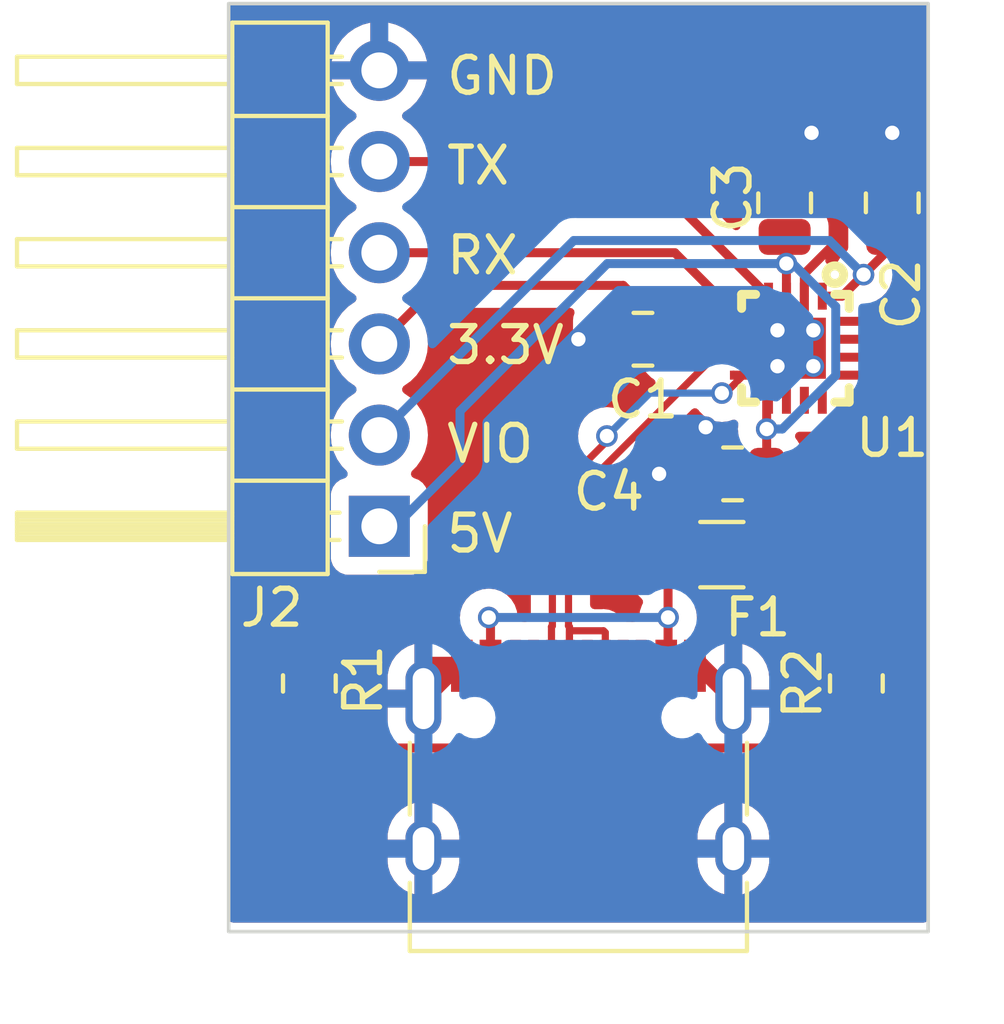
<source format=kicad_pcb>
(kicad_pcb (version 20221018) (generator pcbnew)
  (layers (0 "F.Cu" signal) (31 "B.Cu" signal) (34 "B.Paste" user) (35 "F.Paste" user) (36 "B.SilkS" user "B.Silkscreen") (37 "F.SilkS" user "F.Silkscreen") (38 "B.Mask" user) (39 "F.Mask" user) (44 "Edge.Cuts" user))
  (net 0 "")
  (net 1 "+3.3V")
  (net 2 "GND")
  (net 3 "/VIO")
  (net 4 "+5V")
  (net 5 "/VBUS")
  (net 6 "Net-(J1-CC1)")
  (net 7 "/D+")
  (net 8 "/D-")
  (net 10 "Net-(J1-CC2)")
  (net 12 "/RXD")
  (net 13 "/TXD")
  (footprint "WCH:TQFN-16_L3.0-W3.0-P0.50-BL-EP1.7" (layer "F.Cu") (at 28.8 26 180)
    (fp_text reference "U1" (at -2.7 -2.5) (layer "F.SilkS"))
    (fp_text value "CH343P" hide)
    (fp_line (start -1.5 -1.5) (end -1.5 -1.1) (stroke (width 0.25)) (layer "F.SilkS"))
    (fp_line (start -1.5 -1.5) (end -1.1 -1.5) (stroke (width 0.25)) (layer "F.SilkS"))
    (fp_line (start -1.5 1.11) (end -1.5 1.5) (stroke (width 0.25)) (layer "F.SilkS"))
    (fp_line (start -1.5 1.5) (end -1.1 1.5) (stroke (width 0.25)) (layer "F.SilkS"))
    (fp_line (start 1.11 -1.5) (end 1.5 -1.5) (stroke (width 0.25)) (layer "F.SilkS"))
    (fp_line (start 1.11 1.5) (end 1.5 1.5) (stroke (width 0.25)) (layer "F.SilkS"))
    (fp_line (start 1.5 -1.1) (end 1.5 -1.5) (stroke (width 0.25)) (layer "F.SilkS"))
    (fp_line (start 1.5 1.5) (end 1.5 1.11) (stroke (width 0.25)) (layer "F.SilkS"))
    (fp_circle (center -1.1 2.05) (end -0.98 2.05) (stroke (width 0.25)) (fill none) (layer "F.SilkS"))
    (pad "1" smd rect (at -0.75 1.45 180) (size 0.25 0.75) (layers "F.Cu" "F.Paste" "F.Mask") (net 3 "/VIO"))
    (pad "2" smd rect (at -0.25 1.45 180) (size 0.25 0.75) (layers "F.Cu" "F.Paste" "F.Mask") (net 2 "GND"))
    (pad "3" smd rect (at 0.25 1.45 180) (size 0.25 0.75) (layers "F.Cu" "F.Paste" "F.Mask") (net 4 "+5V"))
    (pad "4" smd rect (at 0.75 1.45 180) (size 0.25 0.75) (layers "F.Cu" "F.Paste" "F.Mask") (net 13 "/TXD"))
    (pad "5" smd rect (at 1.45 0.75 180) (size 0.75 0.25) (layers "F.Cu" "F.Paste" "F.Mask") (net 12 "/RXD"))
    (pad "6" smd rect (at 1.45 0.25 180) (size 0.75 0.25) (layers "F.Cu" "F.Paste" "F.Mask") (net 1 "+3.3V"))
    (pad "7" smd rect (at 1.45 -0.25 180) (size 0.75 0.25) (layers "F.Cu" "F.Paste" "F.Mask") (net 7 "/D+"))
    (pad "8" smd rect (at 1.45 -0.75 180) (size 0.75 0.25) (layers "F.Cu" "F.Paste" "F.Mask") (net 8 "/D-"))
    (pad "9" smd rect (at 0.75 -1.45 180) (size 0.25 0.75) (layers "F.Cu" "F.Paste" "F.Mask") (net 4 "+5V"))
    (pad "10" smd rect (at 0.25 -1.45 180) (size 0.25 0.75) (layers "F.Cu" "F.Paste" "F.Mask"))
    (pad "11" smd rect (at -0.25 -1.45 180) (size 0.25 0.75) (layers "F.Cu" "F.Paste" "F.Mask"))
    (pad "12" smd rect (at -0.75 -1.45 180) (size 0.25 0.75) (layers "F.Cu" "F.Paste" "F.Mask"))
    (pad "13" smd rect (at -1.45 -0.75 180) (size 0.75 0.25) (layers "F.Cu" "F.Paste" "F.Mask"))
    (pad "14" smd rect (at -1.45 -0.25 180) (size 0.75 0.25) (layers "F.Cu" "F.Paste" "F.Mask"))
    (pad "15" smd rect (at -1.45 0.25 180) (size 0.75 0.25) (layers "F.Cu" "F.Paste" "F.Mask"))
    (pad "16" smd rect (at -1.45 0.75 180) (size 0.75 0.25) (layers "F.Cu" "F.Paste" "F.Mask"))
    (pad "17" smd rect (at 0 0 180) (size 1.7 1.7) (layers "F.Cu" "F.Paste" "F.Mask") (net 2 "GND"))
  )
  (footprint "Capacitor_SMD:C_0805_2012Metric" (layer "F.Cu") (at 24.55 25.75 180)
    (fp_text reference "C1" (at 0 -1.68) (layer "F.SilkS"))
    (fp_text value "0.1uF" hide)
    (fp_line (start -0.261252 -0.735) (end 0.261252 -0.735) (stroke (width 0.12)) (layer "F.SilkS"))
    (fp_line (start -0.261252 0.735) (end 0.261252 0.735) (stroke (width 0.12)) (layer "F.SilkS"))
    (pad "1" smd roundrect (at -0.95 0 180) (size 1 1.45) (layers "F.Cu" "F.Paste" "F.Mask") (net 1 "+3.3V"))
    (pad "2" smd roundrect (at 0.95 0 180) (size 1 1.45) (layers "F.Cu" "F.Paste" "F.Mask") (net 2 "GND"))
  )
  (footprint "Fuse:Fuse_1206_3216Metric" (layer "F.Cu") (at 26.75 31.75)
    (fp_text reference "F1" (at 1 1.75) (layer "F.SilkS"))
    (fp_text value "500mA" hide)
    (fp_line (start -0.602064 -0.91) (end 0.602064 -0.91) (stroke (width 0.12)) (layer "F.SilkS"))
    (fp_line (start -0.602064 0.91) (end 0.602064 0.91) (stroke (width 0.12)) (layer "F.SilkS"))
    (pad "1" smd roundrect (at -1.4 0) (size 1.25 1.75) (layers "F.Cu" "F.Paste" "F.Mask") (roundrect_rratio 0.2) (net 5 "/VBUS"))
    (pad "2" smd roundrect (at 1.4 0) (size 1.25 1.75) (layers "F.Cu" "F.Paste" "F.Mask") (roundrect_rratio 0.2) (net 4 "+5V"))
  )
  (footprint "Capacitor_SMD:C_0805_2012Metric" (layer "F.Cu") (at 31.5 21.95 -90)
    (fp_text reference "C2" (at 2.55 -0.25 90) (layer "F.SilkS"))
    (fp_text value "1uF" hide)
    (fp_line (start -0.261252 -0.735) (end 0.261252 -0.735) (stroke (width 0.12)) (layer "F.SilkS"))
    (fp_line (start -0.261252 0.735) (end 0.261252 0.735) (stroke (width 0.12)) (layer "F.SilkS"))
    (pad "1" smd roundrect (at -0.95 0 270) (size 1 1.45) (layers "F.Cu" "F.Paste" "F.Mask") (net 2 "GND"))
    (pad "2" smd roundrect (at 0.95 0 270) (size 1 1.45) (layers "F.Cu" "F.Paste" "F.Mask") (net 3 "/VIO"))
  )
  (footprint "Resistor_SMD:R_0805_2012Metric" (layer "F.Cu") (at 15.25 35.3375 90)
    (fp_text reference "R1" (at 0.0875 1.5 90) (layer "F.SilkS"))
    (fp_text value "5.1k" hide)
    (fp_line (start -0.227064 -0.735) (end 0.227064 -0.735) (stroke (width 0.12)) (layer "F.SilkS"))
    (fp_line (start -0.227064 0.735) (end 0.227064 0.735) (stroke (width 0.12)) (layer "F.SilkS"))
    (pad "1" smd roundrect (at -0.9125 0 90) (size 1.025 1.4) (layers "F.Cu" "F.Paste" "F.Mask") (roundrect_rratio 0.243902439) (net 6 "Net-(J1-CC1)"))
    (pad "2" smd roundrect (at 0.9125 0 90) (size 1.025 1.4) (layers "F.Cu" "F.Paste" "F.Mask") (roundrect_rratio 0.243902439) (net 2 "GND"))
  )
  (footprint "Connector_USB:USB_C_Receptacle_HRO_TYPE-C-31-M-12" (layer "F.Cu") (at 22.75 38.890483)
    (fp_text reference "J1" hide)
    (fp_text value "USB_C_Receptacle_USB2.0_16P")
    (fp_line (start -4.7 -1.9) (end -4.7 0.1) (stroke (width 0.12)) (layer "F.SilkS"))
    (fp_line (start -4.7 2) (end -4.7 3.9) (stroke (width 0.12)) (layer "F.SilkS"))
    (fp_line (start -4.7 3.9) (end 4.7 3.9) (stroke (width 0.12)) (layer "F.SilkS"))
    (fp_line (start 4.7 -1.9) (end 4.7 0.1) (stroke (width 0.12)) (layer "F.SilkS"))
    (fp_line (start 4.7 2) (end 4.7 3.9) (stroke (width 0.12)) (layer "F.SilkS"))
    (pad "" np_thru_hole circle (at -2.89 -2.6) (size 0.65 0.65) (drill 0.65) (layers "*.Cu" "*.Mask"))
    (pad "" np_thru_hole circle (at 2.89 -2.6) (size 0.65 0.65) (drill 0.65) (layers "*.Cu" "*.Mask"))
    (pad "A1" smd rect (at -3.25 -4.045) (size 0.6 1.45) (layers "F.Cu" "F.Paste" "F.Mask") (net 2 "GND"))
    (pad "A4" smd rect (at -2.45 -4.045) (size 0.6 1.45) (layers "F.Cu" "F.Paste" "F.Mask") (net 5 "/VBUS"))
    (pad "A5" smd rect (at -1.25 -4.045) (size 0.3 1.45) (layers "F.Cu" "F.Paste" "F.Mask") (net 6 "Net-(J1-CC1)"))
    (pad "A6" smd rect (at -0.25 -4.045) (size 0.3 1.45) (layers "F.Cu" "F.Paste" "F.Mask") (net 7 "/D+"))
    (pad "A7" smd rect (at 0.25 -4.045) (size 0.3 1.45) (layers "F.Cu" "F.Paste" "F.Mask") (net 8 "/D-"))
    (pad "A8" smd rect (at 1.25 -4.045) (size 0.3 1.45) (layers "F.Cu" "F.Paste" "F.Mask"))
    (pad "A9" smd rect (at 2.45 -4.045) (size 0.6 1.45) (layers "F.Cu" "F.Paste" "F.Mask") (net 5 "/VBUS"))
    (pad "A12" smd rect (at 3.25 -4.045) (size 0.6 1.45) (layers "F.Cu" "F.Paste" "F.Mask") (net 2 "GND"))
    (pad "B1" smd rect (at 3.25 -4.045) (size 0.6 1.45) (layers "F.Cu" "F.Paste" "F.Mask") (net 2 "GND"))
    (pad "B4" smd rect (at 2.45 -4.045) (size 0.6 1.45) (layers "F.Cu" "F.Paste" "F.Mask") (net 5 "/VBUS"))
    (pad "B5" smd rect (at 1.75 -4.045) (size 0.3 1.45) (layers "F.Cu" "F.Paste" "F.Mask") (net 10 "Net-(J1-CC2)"))
    (pad "B6" smd rect (at 0.75 -4.045) (size 0.3 1.45) (layers "F.Cu" "F.Paste" "F.Mask") (net 7 "/D+"))
    (pad "B7" smd rect (at -0.75 -4.045) (size 0.3 1.45) (layers "F.Cu" "F.Paste" "F.Mask") (net 8 "/D-"))
    (pad "B8" smd rect (at -1.75 -4.045) (size 0.3 1.45) (layers "F.Cu" "F.Paste" "F.Mask"))
    (pad "B9" smd rect (at -2.45 -4.045) (size 0.6 1.45) (layers "F.Cu" "F.Paste" "F.Mask") (net 5 "/VBUS"))
    (pad "B12" smd rect (at -3.25 -4.045) (size 0.6 1.45) (layers "F.Cu" "F.Paste" "F.Mask") (net 2 "GND"))
    (pad "S1" thru_hole oval (at -4.32 -3.13) (size 1 2.1) (drill oval 0.6 1.7) (layers "*.Cu" "*.Mask") (net 2 "GND"))
    (pad "S1" thru_hole oval (at -4.32 1.05) (size 1 1.6) (drill oval 0.6 1.2) (layers "*.Cu" "*.Mask") (net 2 "GND"))
    (pad "S1" thru_hole oval (at 4.32 -3.13) (size 1 2.1) (drill oval 0.6 1.7) (layers "*.Cu" "*.Mask") (net 2 "GND"))
    (pad "S1" thru_hole oval (at 4.32 1.05) (size 1 1.6) (drill oval 0.6 1.2) (layers "*.Cu" "*.Mask") (net 2 "GND"))
  )
  (footprint "Connector_PinHeader_2.54mm:PinHeader_1x06_P2.54mm_Horizontal" (layer "F.Cu") (at 17.2 30.96 180)
    (fp_text reference "J2" (at 3 -2.27) (layer "F.SilkS"))
    (fp_text value "Conn_01x06_Pin" hide)
    (fp_line (start -1.27 -1.27) (end 0 -1.27) (stroke (width 0.12)) (layer "F.SilkS"))
    (fp_line (start -1.27 0) (end -1.27 -1.27) (stroke (width 0.12)) (layer "F.SilkS"))
    (fp_line (start 1.042929 2.16) (end 1.44 2.16) (stroke (width 0.12)) (layer "F.SilkS"))
    (fp_line (start 1.042929 2.92) (end 1.44 2.92) (stroke (width 0.12)) (layer "F.SilkS"))
    (fp_line (start 1.042929 4.7) (end 1.44 4.7) (stroke (width 0.12)) (layer "F.SilkS"))
    (fp_line (start 1.042929 5.46) (end 1.44 5.46) (stroke (width 0.12)) (layer "F.SilkS"))
    (fp_line (start 1.042929 7.24) (end 1.44 7.24) (stroke (width 0.12)) (layer "F.SilkS"))
    (fp_line (start 1.042929 8) (end 1.44 8) (stroke (width 0.12)) (layer "F.SilkS"))
    (fp_line (start 1.042929 9.78) (end 1.44 9.78) (stroke (width 0.12)) (layer "F.SilkS"))
    (fp_line (start 1.042929 10.54) (end 1.44 10.54) (stroke (width 0.12)) (layer "F.SilkS"))
    (fp_line (start 1.042929 12.32) (end 1.44 12.32) (stroke (width 0.12)) (layer "F.SilkS"))
    (fp_line (start 1.042929 13.08) (end 1.44 13.08) (stroke (width 0.12)) (layer "F.SilkS"))
    (fp_line (start 1.11 -0.38) (end 1.44 -0.38) (stroke (width 0.12)) (layer "F.SilkS"))
    (fp_line (start 1.11 0.38) (end 1.44 0.38) (stroke (width 0.12)) (layer "F.SilkS"))
    (fp_line (start 1.44 -1.33) (end 1.44 14.03) (stroke (width 0.12)) (layer "F.SilkS"))
    (fp_line (start 1.44 1.27) (end 4.1 1.27) (stroke (width 0.12)) (layer "F.SilkS"))
    (fp_line (start 1.44 3.81) (end 4.1 3.81) (stroke (width 0.12)) (layer "F.SilkS"))
    (fp_line (start 1.44 6.35) (end 4.1 6.35) (stroke (width 0.12)) (layer "F.SilkS"))
    (fp_line (start 1.44 8.89) (end 4.1 8.89) (stroke (width 0.12)) (layer "F.SilkS"))
    (fp_line (start 1.44 11.43) (end 4.1 11.43) (stroke (width 0.12)) (layer "F.SilkS"))
    (fp_line (start 1.44 14.03) (end 4.1 14.03) (stroke (width 0.12)) (layer "F.SilkS"))
    (fp_line (start 4.1 -1.33) (end 1.44 -1.33) (stroke (width 0.12)) (layer "F.SilkS"))
    (fp_line (start 4.1 -0.38) (end 10.1 -0.38) (stroke (width 0.12)) (layer "F.SilkS"))
    (fp_line (start 4.1 -0.32) (end 10.1 -0.32) (stroke (width 0.12)) (layer "F.SilkS"))
    (fp_line (start 4.1 -0.2) (end 10.1 -0.2) (stroke (width 0.12)) (layer "F.SilkS"))
    (fp_line (start 4.1 -0.08) (end 10.1 -0.08) (stroke (width 0.12)) (layer "F.SilkS"))
    (fp_line (start 4.1 0.04) (end 10.1 0.04) (stroke (width 0.12)) (layer "F.SilkS"))
    (fp_line (start 4.1 0.16) (end 10.1 0.16) (stroke (width 0.12)) (layer "F.SilkS"))
    (fp_line (start 4.1 0.28) (end 10.1 0.28) (stroke (width 0.12)) (layer "F.SilkS"))
    (fp_line (start 4.1 2.16) (end 10.1 2.16) (stroke (width 0.12)) (layer "F.SilkS"))
    (fp_line (start 4.1 4.7) (end 10.1 4.7) (stroke (width 0.12)) (layer "F.SilkS"))
    (fp_line (start 4.1 7.24) (end 10.1 7.24) (stroke (width 0.12)) (layer "F.SilkS"))
    (fp_line (start 4.1 9.78) (end 10.1 9.78) (stroke (width 0.12)) (layer "F.SilkS"))
    (fp_line (start 4.1 12.32) (end 10.1 12.32) (stroke (width 0.12)) (layer "F.SilkS"))
    (fp_line (start 4.1 14.03) (end 4.1 -1.33) (stroke (width 0.12)) (layer "F.SilkS"))
    (fp_line (start 10.1 -0.38) (end 10.1 0.38) (stroke (width 0.12)) (layer "F.SilkS"))
    (fp_line (start 10.1 0.38) (end 4.1 0.38) (stroke (width 0.12)) (layer "F.SilkS"))
    (fp_line (start 10.1 2.16) (end 10.1 2.92) (stroke (width 0.12)) (layer "F.SilkS"))
    (fp_line (start 10.1 2.92) (end 4.1 2.92) (stroke (width 0.12)) (layer "F.SilkS"))
    (fp_line (start 10.1 4.7) (end 10.1 5.46) (stroke (width 0.12)) (layer "F.SilkS"))
    (fp_line (start 10.1 5.46) (end 4.1 5.46) (stroke (width 0.12)) (layer "F.SilkS"))
    (fp_line (start 10.1 7.24) (end 10.1 8) (stroke (width 0.12)) (layer "F.SilkS"))
    (fp_line (start 10.1 8) (end 4.1 8) (stroke (width 0.12)) (layer "F.SilkS"))
    (fp_line (start 10.1 9.78) (end 10.1 10.54) (stroke (width 0.12)) (layer "F.SilkS"))
    (fp_line (start 10.1 10.54) (end 4.1 10.54) (stroke (width 0.12)) (layer "F.SilkS"))
    (fp_line (start 10.1 12.32) (end 10.1 13.08) (stroke (width 0.12)) (layer "F.SilkS"))
    (fp_line (start 10.1 13.08) (end 4.1 13.08) (stroke (width 0.12)) (layer "F.SilkS"))
    (pad "1" thru_hole rect (at 0 0 180) (size 1.7 1.7) (drill 1) (layers "*.Cu" "*.Mask") (net 4 "+5V"))
    (pad "2" thru_hole oval (at 0 2.54 180) (size 1.7 1.7) (drill 1) (layers "*.Cu" "*.Mask") (net 3 "/VIO"))
    (pad "3" thru_hole oval (at 0 5.08 180) (size 1.7 1.7) (drill 1) (layers "*.Cu" "*.Mask") (net 1 "+3.3V"))
    (pad "4" thru_hole oval (at 0 7.62 180) (size 1.7 1.7) (drill 1) (layers "*.Cu" "*.Mask") (net 12 "/RXD"))
    (pad "5" thru_hole oval (at 0 10.16 180) (size 1.7 1.7) (drill 1) (layers "*.Cu" "*.Mask") (net 13 "/TXD"))
    (pad "6" thru_hole oval (at 0 12.7 180) (size 1.7 1.7) (drill 1) (layers "*.Cu" "*.Mask") (net 2 "GND"))
  )
  (footprint "Capacitor_SMD:C_0805_2012Metric" (layer "F.Cu") (at 28.5 21.95 -90)
    (fp_text reference "C3" (at -0.15 1.45 90) (layer "F.SilkS"))
    (fp_text value "0.1uF" hide)
    (fp_line (start -0.261252 -0.735) (end 0.261252 -0.735) (stroke (width 0.12)) (layer "F.SilkS"))
    (fp_line (start -0.261252 0.735) (end 0.261252 0.735) (stroke (width 0.12)) (layer "F.SilkS"))
    (pad "1" smd roundrect (at -0.95 0 270) (size 1 1.45) (layers "F.Cu" "F.Paste" "F.Mask") (net 2 "GND"))
    (pad "2" smd roundrect (at 0.95 0 270) (size 1 1.45) (layers "F.Cu" "F.Paste" "F.Mask") (net 4 "+5V"))
  )
  (footprint "Capacitor_SMD:C_0805_2012Metric" (layer "F.Cu") (at 27.05 29.5 180)
    (fp_text reference "C4" (at 3.45 -0.5) (layer "F.SilkS"))
    (fp_text value "10uF" hide)
    (fp_line (start -0.261252 -0.735) (end 0.261252 -0.735) (stroke (width 0.12)) (layer "F.SilkS"))
    (fp_line (start -0.261252 0.735) (end 0.261252 0.735) (stroke (width 0.12)) (layer "F.SilkS"))
    (pad "1" smd roundrect (at -0.95 0 180) (size 1 1.45) (layers "F.Cu" "F.Paste" "F.Mask") (net 4 "+5V"))
    (pad "2" smd roundrect (at 0.95 0 180) (size 1 1.45) (layers "F.Cu" "F.Paste" "F.Mask") (net 2 "GND"))
  )
  (footprint "Resistor_SMD:R_0805_2012Metric" (layer "F.Cu") (at 30.5 35.3375 90)
    (fp_text reference "R2" (at 0 -1.5 90) (layer "F.SilkS"))
    (fp_text value "5.1k" hide)
    (fp_line (start -0.227064 -0.735) (end 0.227064 -0.735) (stroke (width 0.12)) (layer "F.SilkS"))
    (fp_line (start -0.227064 0.735) (end 0.227064 0.735) (stroke (width 0.12)) (layer "F.SilkS"))
    (pad "1" smd roundrect (at -0.9125 0 90) (size 1.025 1.4) (layers "F.Cu" "F.Paste" "F.Mask") (roundrect_rratio 0.243902439) (net 10 "Net-(J1-CC2)"))
    (pad "2" smd roundrect (at 0.9125 0 90) (size 1.025 1.4) (layers "F.Cu" "F.Paste" "F.Mask") (roundrect_rratio 0.243902439) (net 2 "GND"))
  )
  (gr_rect (start 13 16.4) (end 32.5 42.25) (stroke (width 0.1)) (fill none) (layer "Edge.Cuts"))
  (gr_text "GND" (at 19 19) (layer "F.SilkS") (effects (font (size 1 1)) (justify left bottom)))
  (gr_text "3.3V" (at 19 26.5) (layer "F.SilkS") (effects (font (size 1 1)) (justify left bottom)))
  (gr_text "5V" (at 19 31.75) (layer "F.SilkS") (effects (font (size 1 1)) (justify left bottom)))
  (gr_text "RX" (at 19 24) (layer "F.SilkS") (effects (font (size 1 1)) (justify left bottom)))
  (gr_text "TX" (at 19 21.5) (layer "F.SilkS") (effects (font (size 1 1)) (justify left bottom)))
  (gr_text "VIO" (at 19 29.25) (layer "F.SilkS") (effects (font (size 1 1)) (justify left bottom)))
  (segment (start 27.35 25.75) (end 25.5 25.75) (width 0.25) (layer "F.Cu") (net 1))
  (segment (start 24 24.25) (end 25.5 25.75) (width 0.25) (layer "F.Cu") (net 1))
  (segment (start 18.83 24.25) (end 24 24.25) (width 0.25) (layer "F.Cu") (net 1))
  (segment (start 17.2 25.88) (end 18.83 24.25) (width 0.25) (layer "F.Cu") (net 1))
  (segment (start 29.05 23.925) (end 30 22.975) (width 0.25) (layer "F.Cu") (net 2))
  (segment (start 15.425 34.425) (end 15.25 34.425) (width 0.25) (layer "F.Cu") (net 2))
  (segment (start 29.05 24.55) (end 29.05 23.925) (width 0.25) (layer "F.Cu") (net 2))
  (segment (start 26.075 34.770483) (end 26 34.845483) (width 0.25) (layer "F.Cu") (net 2))
  (segment (start 26.155 34.845483) (end 27.07 35.760483) (width 0.5) (layer "F.Cu") (net 2))
  (segment (start 29.05 24.55) (end 29.05 25.75) (width 0.25) (layer "F.Cu") (net 2))
  (segment (start 29.05 25.75) (end 28.8 26) (width 0.25) (layer "F.Cu") (net 2))
  (segment (start 26 34.845483) (end 26.155 34.845483) (width 0.5) (layer "F.Cu") (net 2))
  (segment (start 29.3 25.5) (end 29.05 25.75) (width 0.25) (layer "F.Cu") (net 2))
  (segment (start 19.5 34.845483) (end 19.345 34.845483) (width 0.5) (layer "F.Cu") (net 2))
  (segment (start 19.345 34.845483) (end 18.43 35.760483) (width 0.5) (layer "F.Cu") (net 2))
  (via (at 28.3 25.5) (size 0.6) (drill 0.4) (layers "F.Cu" "B.Cu") (net 2))
  (via (at 22.75 25.75) (size 0.6) (drill 0.4) (layers "F.Cu" "B.Cu") (net 2))
  (via (at 29.3 25.5) (size 0.6) (drill 0.4) (layers "F.Cu" "B.Cu") (net 2))
  (via (at 31.5 20) (size 0.6) (drill 0.4) (layers "F.Cu" "B.Cu") (net 2))
  (via (at 25 29.5) (size 0.6) (drill 0.4) (layers "F.Cu" "B.Cu") (net 2))
  (via (at 26.3 28.2) (size 0.6) (drill 0.4) (layers "F.Cu" "B.Cu") (net 2))
  (via (at 29.25 20) (size 0.6) (drill 0.4) (layers "F.Cu" "B.Cu") (net 2))
  (via (at 28.3 26.5) (size 0.6) (drill 0.4) (layers "F.Cu" "B.Cu") (net 2))
  (via (at 29.3 26.5) (size 0.6) (drill 0.4) (layers "F.Cu" "B.Cu") (net 2))
  (segment (start 30.1 24.55) (end 29.55 24.55) (width 0.25) (layer "F.Cu") (net 3))
  (segment (start 31.5 23.15) (end 30.1 24.55) (width 0.25) (layer "F.Cu") (net 3))
  (via (at 30.7 23.95) (size 0.6) (drill 0.4) (layers "F.Cu" "B.Cu") (net 3))
  (segment (start 17.2 28.42) (end 22.62 23) (width 0.25) (layer "B.Cu") (net 3))
  (segment (start 29.75 23) (end 30.7 23.95) (width 0.25) (layer "B.Cu") (net 3))
  (segment (start 22.62 23) (end 29.75 23) (width 0.25) (layer "B.Cu") (net 3))
  (segment (start 28.55 23.75) (end 28.55 22.95) (width 0.25) (layer "F.Cu") (net 4))
  (segment (start 28 29.5) (end 28 28.25) (width 0.25) (layer "F.Cu") (net 4))
  (segment (start 28 28.25) (end 28 27.5) (width 0.25) (layer "F.Cu") (net 4))
  (segment (start 28.55 24.55) (end 28.55 23.75) (width 0.25) (layer "F.Cu") (net 4))
  (segment (start 28 27.5) (end 28.05 27.45) (width 0.25) (layer "F.Cu") (net 4))
  (segment (start 28.15 31.75) (end 28.15 29.65) (width 0.25) (layer "F.Cu") (net 4))
  (segment (start 28.55 23.75) (end 28.55 23.642499) (width 0.25) (layer "F.Cu") (net 4))
  (segment (start 28.15 29.65) (end 28 29.5) (width 0.25) (layer "F.Cu") (net 4))
  (segment (start 28.55 22.95) (end 28.5 22.9) (width 0.25) (layer "F.Cu") (net 4))
  (segment (start 28.55 23.642499) (end 28.549477 23.641976) (width 0.25) (layer "F.Cu") (net 4))
  (via (at 28.549477 23.641976) (size 0.6) (drill 0.4) (layers "F.Cu" "B.Cu") (net 4))
  (via (at 28 28.25) (size 0.6) (drill 0.4) (layers "F.Cu" "B.Cu") (net 4))
  (segment (start 29.925 26.758884) (end 28.433884 28.25) (width 0.25) (layer "B.Cu") (net 4))
  (segment (start 29.925 24.840029) (end 29.925 26.758884) (width 0.25) (layer "B.Cu") (net 4))
  (segment (start 23.558024 23.641976) (end 19.45 27.75) (width 0.25) (layer "B.Cu") (net 4))
  (segment (start 19.45 27.75) (end 19.45 29.15) (width 0.25) (layer "B.Cu") (net 4))
  (segment (start 28.549477 23.641976) (end 28.726947 23.641976) (width 0.25) (layer "B.Cu") (net 4))
  (segment (start 28.726947 23.641976) (end 29.925 24.840029) (width 0.25) (layer "B.Cu") (net 4))
  (segment (start 28.433884 28.25) (end 28 28.25) (width 0.25) (layer "B.Cu") (net 4))
  (segment (start 19.45 29.15) (end 17.64 30.96) (width 0.25) (layer "B.Cu") (net 4))
  (segment (start 17.64 30.96) (end 17.2 30.96) (width 0.25) (layer "B.Cu") (net 4))
  (segment (start 28.549477 23.641976) (end 23.558024 23.641976) (width 0.25) (layer "B.Cu") (net 4))
  (segment (start 25.25 33.5) (end 25.25 34.795483) (width 0.25) (layer "F.Cu") (net 5))
  (segment (start 25.25 31.85) (end 25.35 31.75) (width 0.25) (layer "F.Cu") (net 5))
  (segment (start 25.25 33.5) (end 25.25 31.85) (width 0.25) (layer "F.Cu") (net 5))
  (segment (start 20.3 33.55) (end 20.25 33.5) (width 0.25) (layer "F.Cu") (net 5))
  (segment (start 20.3 34.845483) (end 20.3 33.55) (width 0.25) (layer "F.Cu") (net 5))
  (segment (start 25.25 34.795483) (end 25.2 34.845483) (width 0.25) (layer "F.Cu") (net 5))
  (via (at 25.25 33.5) (size 0.6) (drill 0.4) (layers "F.Cu" "B.Cu") (net 5))
  (via (at 20.25 33.5) (size 0.6) (drill 0.4) (layers "F.Cu" "B.Cu") (net 5))
  (segment (start 20.25 33.5) (end 25.25 33.5) (width 0.25) (layer "B.Cu") (net 5))
  (segment (start 16.135483 37.135483) (end 20.614517 37.135483) (width 0.25) (layer "F.Cu") (net 6))
  (segment (start 20.614517 37.135483) (end 21.5 36.25) (width 0.25) (layer "F.Cu") (net 6))
  (segment (start 21.5 36.25) (end 21.5 34.845483) (width 0.25) (layer "F.Cu") (net 6))
  (segment (start 15.25 36.25) (end 16.135483 37.135483) (width 0.25) (layer "F.Cu") (net 6))
  (segment (start 22.5 34.845483) (end 22.5 33.757982) (width 0.2) (layer "F.Cu") (net 7))
  (segment (start 22.475 33.732982) (end 22.475 30.2932) (width 0.2) (layer "F.Cu") (net 7))
  (segment (start 22.5 33.920483) (end 22.55 33.870483) (width 0.2) (layer "F.Cu") (net 7))
  (segment (start 23.45 33.870483) (end 23.5 33.920483) (width 0.2) (layer "F.Cu") (net 7))
  (segment (start 22.5 33.757982) (end 22.475 33.732982) (width 0.2) (layer "F.Cu") (net 7))
  (segment (start 22.55 33.870483) (end 23.45 33.870483) (width 0.2) (layer "F.Cu") (net 7))
  (segment (start 27.35 26.25) (end 27.1 26.25) (width 0.2) (layer "F.Cu") (net 7))
  (segment (start 26.5182 26.25) (end 27.35 26.25) (width 0.2) (layer "F.Cu") (net 7))
  (segment (start 22.5 34.845483) (end 22.5 33.920483) (width 0.2) (layer "F.Cu") (net 7))
  (segment (start 23.5 33.920483) (end 23.5 34.845483) (width 0.2) (layer "F.Cu") (net 7))
  (segment (start 22.475 30.2932) (end 26.5182 26.25) (width 0.2) (layer "F.Cu") (net 7))
  (segment (start 27.1 26.25) (end 27.075 26.275) (width 0.2) (layer "F.Cu") (net 7))
  (segment (start 22.025 33.732982) (end 22.025 30.1068) (width 0.2) (layer "F.Cu") (net 8))
  (segment (start 22 34.845483) (end 22 35.770483) (width 0.2) (layer "F.Cu") (net 8))
  (segment (start 22.025 30.1068) (end 23.5909 28.5409) (width 0.2) (layer "F.Cu") (net 8))
  (segment (start 22 33.757982) (end 22.025 33.732982) (width 0.2) (layer "F.Cu") (net 8))
  (segment (start 27.1 26.75) (end 27.075 26.725) (width 0.2) (layer "F.Cu") (net 8))
  (segment (start 23.5909 28.4909) (end 23.545191 28.445191) (width 0.2) (layer "F.Cu") (net 8))
  (segment (start 22.05 35.820483) (end 22.95 35.820483) (width 0.2) (layer "F.Cu") (net 8))
  (segment (start 22 34.845483) (end 22 33.757982) (width 0.2) (layer "F.Cu") (net 8))
  (segment (start 22.95 35.820483) (end 23 35.770483) (width 0.2) (layer "F.Cu") (net 8))
  (segment (start 27.35 26.75) (end 27.1 26.75) (width 0.2) (layer "F.Cu") (net 8))
  (segment (start 26.75 27.25) (end 26.85 27.25) (width 0.2) (layer "F.Cu") (net 8))
  (segment (start 23.5909 28.5409) (end 23.5909 28.4909) (width 0.2) (layer "F.Cu") (net 8))
  (segment (start 23 35.770483) (end 23 34.845483) (width 0.2) (layer "F.Cu") (net 8))
  (segment (start 26.85 27.25) (end 27.35 26.75) (width 0.2) (layer "F.Cu") (net 8))
  (segment (start 22 35.770483) (end 22.05 35.820483) (width 0.2) (layer "F.Cu") (net 8))
  (via (at 26.75 27.25) (size 0.6) (drill 0.4) (layers "F.Cu" "B.Cu") (net 8))
  (via (at 23.545191 28.445191) (size 0.6) (drill 0.4) (layers "F.Cu" "B.Cu") (net 8))
  (segment (start 24.740382 27.25) (end 23.545191 28.445191) (width 0.2) (layer "B.Cu") (net 8))
  (segment (start 26.75 27.25) (end 24.740382 27.25) (width 0.2) (layer "B.Cu") (net 8))
  (segment (start 30.5 36.25) (end 29.614517 37.135483) (width 0.25) (layer "F.Cu") (net 10))
  (segment (start 24.5 36.140432) (end 24.5 34.845483) (width 0.25) (layer "F.Cu") (net 10))
  (segment (start 25.495051 37.135483) (end 24.5 36.140432) (width 0.25) (layer "F.Cu") (net 10))
  (segment (start 29.614517 37.135483) (end 25.495051 37.135483) (width 0.25) (layer "F.Cu") (net 10))
  (segment (start 25.44 23.34) (end 17.2 23.34) (width 0.25) (layer "F.Cu") (net 12))
  (segment (start 27.35 25.25) (end 25.44 23.34) (width 0.25) (layer "F.Cu") (net 12))
  (segment (start 28.05 24.55) (end 24.3 20.8) (width 0.25) (layer "F.Cu") (net 13))
  (segment (start 24.3 20.8) (end 17.2 20.8) (width 0.25) (layer "F.Cu") (net 13))
  (zone (net 2) (net_name "GND") (layer "F.Cu") (connect_pads (clearance 0.5)) (min_thickness 0.25) (fill yes (thermal_gap 0.5) (thermal_bridge_width 0.5))
    (polygon (pts (xy 12.9 16.3) (xy 32.4 16.3) (xy 32.5 42) (xy 13 42)))
  )
  (zone (net 2) (net_name "GND") (layer "B.Cu") (priority 1) (connect_pads (clearance 0.5)) (min_thickness 0.25) (fill yes (thermal_gap 0.5) (thermal_bridge_width 0.5))
    (polygon (pts (xy 13 16.3) (xy 32.5 16.3) (xy 32.5 42) (xy 13 42)))
  )
)
</source>
